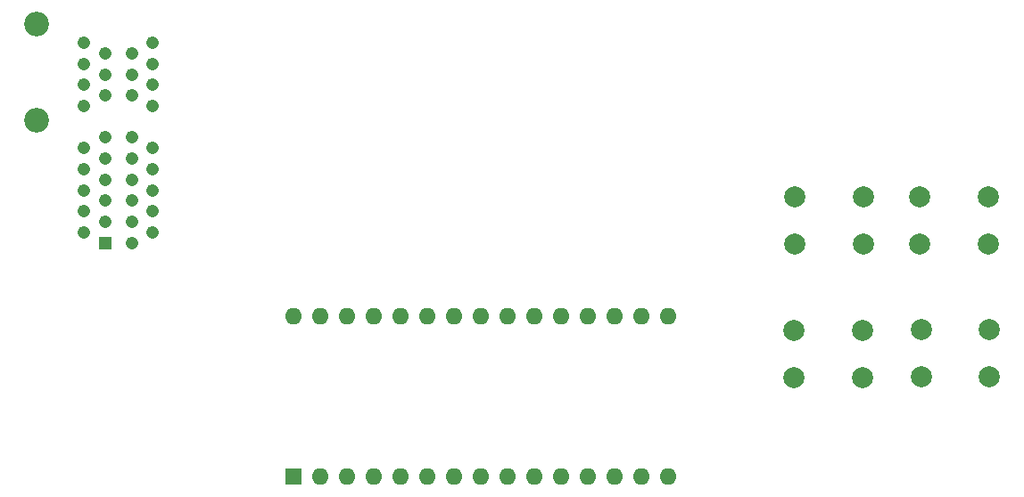
<source format=gbr>
%TF.GenerationSoftware,KiCad,Pcbnew,(6.0.0-0)*%
%TF.CreationDate,2022-01-13T01:42:20-05:00*%
%TF.ProjectId,ROM-Cartridge-programmer,524f4d2d-4361-4727-9472-696467652d70,rev?*%
%TF.SameCoordinates,Original*%
%TF.FileFunction,Soldermask,Bot*%
%TF.FilePolarity,Negative*%
%FSLAX46Y46*%
G04 Gerber Fmt 4.6, Leading zero omitted, Abs format (unit mm)*
G04 Created by KiCad (PCBNEW (6.0.0-0)) date 2022-01-13 01:42:20*
%MOMM*%
%LPD*%
G01*
G04 APERTURE LIST*
%ADD10C,2.000000*%
%ADD11R,1.600000X1.600000*%
%ADD12O,1.600000X1.600000*%
%ADD13C,2.350000*%
%ADD14R,1.208000X1.208000*%
%ADD15C,1.208000*%
G04 APERTURE END LIST*
D10*
%TO.C,SW1*%
X186436000Y-108784000D03*
X179936000Y-108784000D03*
X179936000Y-113284000D03*
X186436000Y-113284000D03*
%TD*%
D11*
%TO.C,A1*%
X132334000Y-135372000D03*
D12*
X134874000Y-135372000D03*
X137414000Y-135372000D03*
X139954000Y-135372000D03*
X142494000Y-135372000D03*
X145034000Y-135372000D03*
X147574000Y-135372000D03*
X150114000Y-135372000D03*
X152654000Y-135372000D03*
X155194000Y-135372000D03*
X157734000Y-135372000D03*
X160274000Y-135372000D03*
X162814000Y-135372000D03*
X165354000Y-135372000D03*
X167894000Y-135372000D03*
X167894000Y-120132000D03*
X165354000Y-120132000D03*
X162814000Y-120132000D03*
X160274000Y-120132000D03*
X157734000Y-120132000D03*
X155194000Y-120132000D03*
X152654000Y-120132000D03*
X150114000Y-120132000D03*
X147574000Y-120132000D03*
X145034000Y-120132000D03*
X142494000Y-120132000D03*
X139954000Y-120132000D03*
X137414000Y-120132000D03*
X134874000Y-120132000D03*
X132334000Y-120132000D03*
%TD*%
D10*
%TO.C,SW3*%
X179890000Y-121430000D03*
X186390000Y-121430000D03*
X179890000Y-125930000D03*
X186390000Y-125930000D03*
%TD*%
D13*
%TO.C,J1*%
X107986000Y-101482000D03*
X107986000Y-92332000D03*
D14*
X114486000Y-113132000D03*
D15*
X112486000Y-112132000D03*
X114486000Y-111132000D03*
X112486000Y-110132000D03*
X114486000Y-109132000D03*
X112486000Y-108132000D03*
X114486000Y-107132000D03*
X112486000Y-106132000D03*
X114486000Y-105132000D03*
X112486000Y-104132000D03*
X114486000Y-103132000D03*
X112486000Y-100132000D03*
X114486000Y-99132000D03*
X112486000Y-98132000D03*
X114486000Y-97132000D03*
X112486000Y-96132000D03*
X114486000Y-95132000D03*
X112486000Y-94132000D03*
X116986000Y-113132000D03*
X118986000Y-112132000D03*
X116986000Y-111132000D03*
X118986000Y-110132000D03*
X116986000Y-109132000D03*
X118986000Y-108132000D03*
X116986000Y-107132000D03*
X118986000Y-106132000D03*
X116986000Y-105132000D03*
X118986000Y-104132000D03*
X116986000Y-103132000D03*
X118986000Y-100132000D03*
X116986000Y-99132000D03*
X118986000Y-98132000D03*
X116986000Y-97132000D03*
X118986000Y-96132000D03*
X116986000Y-95132000D03*
X118986000Y-94132000D03*
%TD*%
D10*
%TO.C,SW4*%
X191926000Y-121358000D03*
X198426000Y-121358000D03*
X198426000Y-125858000D03*
X191926000Y-125858000D03*
%TD*%
%TO.C,SW2*%
X198328000Y-108730000D03*
X191828000Y-108730000D03*
X198328000Y-113230000D03*
X191828000Y-113230000D03*
%TD*%
M02*

</source>
